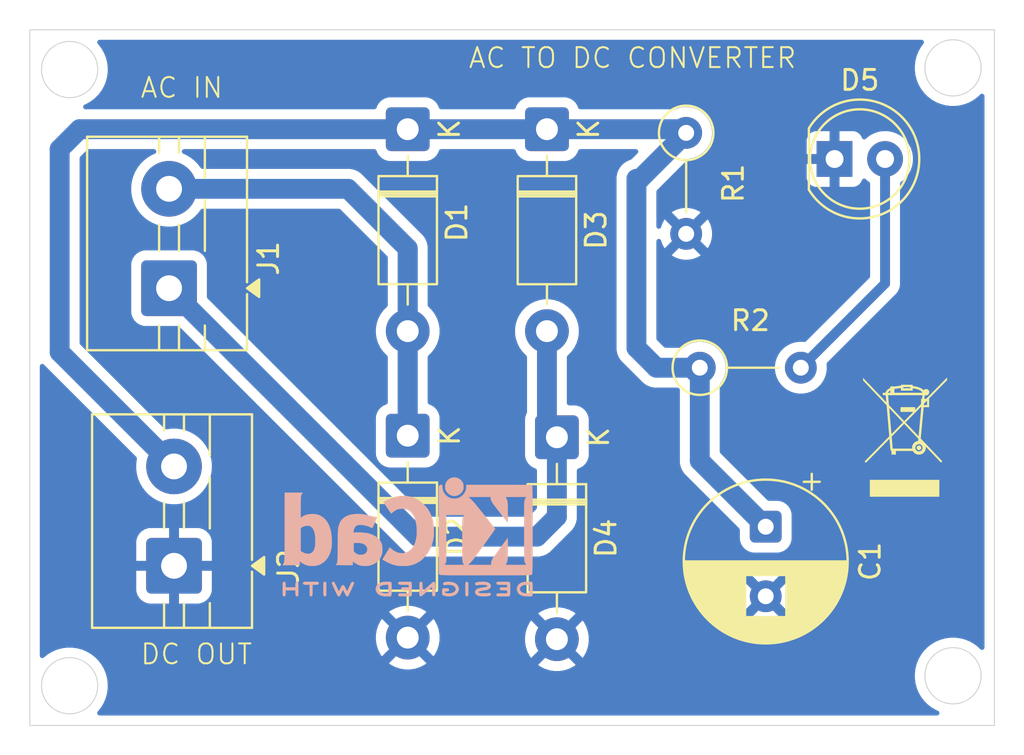
<source format=kicad_pcb>
(kicad_pcb (version 20241229) (generator "pcbnew") (generator_version "9.0")
  (layers (0 "F.Cu" signal) (2 "B.Cu" signal) (13 "F.Paste" user) (15 "B.Paste" user) (5 "F.SilkS" user "F.Silkscreen") (7 "B.SilkS" user "B.Silkscreen") (1 "F.Mask" user) (3 "B.Mask" user) (25 "Edge.Cuts" user))
  (net 0 "")
  (net 1 "/+VE")
  (net 2 "GND")
  (net 3 "Net-(D1-A)")
  (net 4 "Net-(D3-A)")
  (net 5 "Net-(D5-A)")
  (footprint "Capacitor_THT:CP_Radial_D8.0mm_P3.50mm" (layer "F.Cu") (at 132.5 106 -90)
    (property "Reference" "C1" (at 1.75 -5.25 90) (layer "F.SilkS"))
    (property "Value" "1000uF")
    (pad "1" thru_hole roundrect (at 0 0 270) (size 1.6 1.6) (drill 0.8) (layers "*.Cu" "*.Mask") (roundrect_rratio 0.15625) (net 1 "/+VE"))
    (pad "2" thru_hole circle (at 3.5 0 270) (size 1.6 1.6) (drill 0.8) (layers "*.Cu" "*.Mask") (net 2 "GND"))
  )
  (footprint "Diode_THT:D_DO-41_SOD81_P10.16mm_Horizontal" (layer "F.Cu") (at 122 101.5 -90)
    (property "Reference" "D4" (at 5.08 -2.47 90) (layer "F.SilkS"))
    (property "Value" "1N4007")
    (fp_text user "K" (at 0 -2.1 90) (layer "F.SilkS"))
    (pad "1" thru_hole roundrect (at 0 0 270) (size 2.2 2.2) (drill 1.1) (layers "*.Cu" "*.Mask") (roundrect_rratio 0.113636) (net 4 "Net-(D3-A)"))
    (pad "2" thru_hole circle (at 10.16 0 270) (size 2.2 2.2) (drill 1.1) (layers "*.Cu" "*.Mask") (net 2 "GND"))
  )
  (footprint "TerminalBlock:TerminalBlock_MaiXu_MX126-5.0-02P_1x02_P5.00mm" (layer "F.Cu") (at 102.5 94 90)
    (property "Reference" "J1" (at 1.5 5 90) (layer "F.SilkS"))
    (property "Value" "Screw_Terminal_01x02")
    (pad "1" thru_hole roundrect (at 0 0 90) (size 2.8 2.8) (drill 1.3) (layers "*.Cu" "*.Mask") (roundrect_rratio 0.089286) (net 4 "Net-(D3-A)"))
    (pad "2" thru_hole circle (at 5 0 90) (size 2.8 2.8) (drill 1.3) (layers "*.Cu" "*.Mask") (net 3 "Net-(D1-A)"))
  )
  (footprint "Diode_THT:D_DO-41_SOD81_P10.16mm_Horizontal" (layer "F.Cu") (at 121.5 86 -90)
    (property "Reference" "D3" (at 5.08 -2.47 90) (layer "F.SilkS"))
    (property "Value" "1N4007")
    (fp_text user "K" (at 0 -2.1 90) (layer "F.SilkS"))
    (pad "1" thru_hole roundrect (at 0 0 270) (size 2.2 2.2) (drill 1.1) (layers "*.Cu" "*.Mask") (roundrect_rratio 0.113636) (net 1 "/+VE"))
    (pad "2" thru_hole circle (at 10.16 0 270) (size 2.2 2.2) (drill 1.1) (layers "*.Cu" "*.Mask") (net 4 "Net-(D3-A)"))
  )
  (footprint "Resistor_THT:R_Axial_DIN0207_L6.3mm_D2.5mm_P5.08mm_Vertical" (layer "F.Cu") (at 129.185 98)
    (property "Reference" "R2" (at 2.54 -2.37 0) (layer "F.SilkS"))
    (property "Value" "2.2K")
    (pad "1" thru_hole circle (at 0 0) (size 1.6 1.6) (drill 0.8) (layers "*.Cu" "*.Mask") (net 1 "/+VE"))
    (pad "2" thru_hole circle (at 5.08 0) (size 1.6 1.6) (drill 0.8) (layers "*.Cu" "*.Mask") (net 5 "Net-(D5-A)"))
  )
  (footprint "Resistor_THT:R_Axial_DIN0207_L6.3mm_D2.5mm_P5.08mm_Vertical" (layer "F.Cu") (at 128.5 86.185 -90)
    (property "Reference" "R1" (at 2.54 -2.37 90) (layer "F.SilkS"))
    (property "Value" "10K")
    (pad "1" thru_hole circle (at 0 0 270) (size 1.6 1.6) (drill 0.8) (layers "*.Cu" "*.Mask") (net 1 "/+VE"))
    (pad "2" thru_hole circle (at 5.08 0 270) (size 1.6 1.6) (drill 0.8) (layers "*.Cu" "*.Mask") (net 2 "GND"))
  )
  (footprint "Diode_THT:D_DO-41_SOD81_P10.16mm_Horizontal" (layer "F.Cu") (at 114.5 101.42 -90)
    (property "Reference" "D2" (at 5.08 -2.47 90) (layer "F.SilkS"))
    (property "Value" "1N4007")
    (fp_text user "K" (at 0 -2.1 90) (layer "F.SilkS"))
    (pad "1" thru_hole roundrect (at 0 0 270) (size 2.2 2.2) (drill 1.1) (layers "*.Cu" "*.Mask") (roundrect_rratio 0.113636) (net 3 "Net-(D1-A)"))
    (pad "2" thru_hole circle (at 10.16 0 270) (size 2.2 2.2) (drill 1.1) (layers "*.Cu" "*.Mask") (net 2 "GND"))
  )
  (footprint "Diode_THT:D_DO-41_SOD81_P10.16mm_Horizontal" (layer "F.Cu") (at 114.5 86 -90)
    (property "Reference" "D1" (at 4.69 -2.47 90) (layer "F.SilkS"))
    (property "Value" "1N4007")
    (fp_text user "K" (at 0 -2.1 90) (layer "F.SilkS"))
    (pad "1" thru_hole roundrect (at 0 0 270) (size 2.2 2.2) (drill 1.1) (layers "*.Cu" "*.Mask") (roundrect_rratio 0.113636) (net 1 "/+VE"))
    (pad "2" thru_hole circle (at 10.16 0 270) (size 2.2 2.2) (drill 1.1) (layers "*.Cu" "*.Mask") (net 3 "Net-(D1-A)"))
  )
  (footprint "LED_THT:LED_D5.0mm" (layer "F.Cu") (at 135.96 87.5)
    (property "Reference" "D5" (at 1.27 -3.96 0) (layer "F.SilkS"))
    (property "Value" "LED")
    (pad "1" thru_hole rect (at 0 0) (size 1.8 1.8) (drill 0.9) (layers "*.Cu" "*.Mask") (net 2 "GND"))
    (pad "2" thru_hole circle (at 2.54 0) (size 1.8 1.8) (drill 0.9) (layers "*.Cu" "*.Mask") (net 5 "Net-(D5-A)"))
  )
  (footprint "Symbol:WEEE-Logo_4.2x6mm_SilkScreen" (layer "F.Cu") (at 139.5 101.5)
    (property "Reference" "REF**" (hide yes))
    (property "Value" "WEEE-Logo_4.2x6mm_SilkScreen" (hide yes))
  )
  (footprint "TerminalBlock:TerminalBlock_MaiXu_MX126-5.0-02P_1x02_P5.00mm" (layer "F.Cu") (at 102.75 107.9675 90)
    (property "Reference" "J2" (at -0.0325 5.75 90) (layer "F.SilkS"))
    (property "Value" "Screw_Terminal_01x02")
    (pad "1" thru_hole roundrect (at 0 0 90) (size 2.8 2.8) (drill 1.3) (layers "*.Cu" "*.Mask") (roundrect_rratio 0.089286) (net 2 "GND"))
    (pad "2" thru_hole circle (at 5 0 90) (size 2.8 2.8) (drill 1.3) (layers "*.Cu" "*.Mask") (net 1 "/+VE"))
  )
  (footprint "Symbol:KiCad-Logo2_5mm_SilkScreen" (layer "B.Cu") (at 114.5 106.5 180)
    (property "Reference" "REF**" (hide yes))
    (property "Value" "KiCad-Logo2_5mm_SilkScreen" (hide yes))
  )
  (gr_circle (center 97.5 83) (end 96.5 82) (stroke (width 0.05)) (fill no) (layer "Edge.Cuts"))
  (gr_circle (center 141.914214 82.914214) (end 140.914214 81.914214) (stroke (width 0.05)) (fill no) (layer "Edge.Cuts"))
  (gr_rect (start 95.5 81) (end 144 116) (stroke (width 0.05)) (fill no) (layer "Edge.Cuts"))
  (gr_circle (center 97.5 114) (end 96.5 113) (stroke (width 0.05)) (fill no) (layer "Edge.Cuts"))
  (gr_circle (center 141.914214 113.5) (end 140.914214 112.5) (stroke (width 0.05)) (fill no) (layer "Edge.Cuts"))
  (gr_text "AC TO DC CONVERTER" (at 117.5 83 0) (layer "F.SilkS") (effects (font (size 1 1) (thickness 0.1)) (justify left bottom)))
  (gr_text "DC OUT" (at 101 113 0) (layer "F.SilkS") (effects (font (size 1 1) (thickness 0.1)) (justify left bottom)))
  (gr_text "AC IN" (at 101 84.5 0) (layer "F.SilkS") (effects (font (size 1 1) (thickness 0.1)) (justify left bottom)))
  (segment (start 102.75 102.9675) (end 97 97.2175) (width 1) (layer "B.Cu") (net 1))
  (segment (start 121.5 86) (end 128.315 86) (width 1) (layer "B.Cu") (net 1))
  (segment (start 128.5 86.185) (end 126.185 88.5) (width 1) (layer "B.Cu") (net 1))
  (segment (start 126.185 88.5) (end 126 88.5) (width 1) (layer "B.Cu") (net 1))
  (segment (start 127 98) (end 129.185 98) (width 1) (layer "B.Cu") (net 1))
  (segment (start 129.185 98) (end 129.185 102.685) (width 1) (layer "B.Cu") (net 1))
  (segment (start 129.185 102.685) (end 132.5 106) (width 1) (layer "B.Cu") (net 1))
  (segment (start 126 97) (end 127 98) (width 1) (layer "B.Cu") (net 1))
  (segment (start 128.315 86) (end 128.5 86.185) (width 1) (layer "B.Cu") (net 1))
  (segment (start 97 97.2175) (end 97 87) (width 1) (layer "B.Cu") (net 1))
  (segment (start 97 87) (end 98 86) (width 1) (layer "B.Cu") (net 1))
  (segment (start 98 86) (end 114.5 86) (width 1) (layer "B.Cu") (net 1))
  (segment (start 114.5 86) (end 121.5 86) (width 1) (layer "B.Cu") (net 1))
  (segment (start 126 88.5) (end 126 97) (width 1) (layer "B.Cu") (net 1))
  (segment (start 114 91.5) (end 114.5 92) (width 1) (layer "B.Cu") (net 3))
  (segment (start 114.5 96.16) (end 114.5 101.42) (width 1) (layer "B.Cu") (net 3))
  (segment (start 114.5 92) (end 114.5 96.16) (width 1) (layer "B.Cu") (net 3))
  (segment (start 111.5 89) (end 114 91.5) (width 1) (layer "B.Cu") (net 3))
  (segment (start 102.5 89) (end 111.5 89) (width 1) (layer "B.Cu") (net 3))
  (segment (start 114.5 92) (end 114.5 101.42) (width 1) (layer "B.Cu") (net 3))
  (segment (start 121.5 96.16) (end 121.5 101) (width 1) (layer "B.Cu") (net 4))
  (segment (start 102.5 94) (end 103 94) (width 1) (layer "B.Cu") (net 4))
  (segment (start 115 106.5) (end 121 106.5) (width 1) (layer "B.Cu") (net 4))
  (segment (start 121 106.5) (end 122 105.5) (width 1) (layer "B.Cu") (net 4))
  (segment (start 122 105.5) (end 122 101.5) (width 1) (layer "B.Cu") (net 4))
  (segment (start 121.5 101) (end 122 101.5) (width 1) (layer "B.Cu") (net 4))
  (segment (start 102.5 94) (end 115 106.5) (width 1) (layer "B.Cu") (net 4))
  (segment (start 138.5 93.765) (end 134.265 98) (width 0.5) (layer "B.Cu") (net 5))
  (segment (start 138.5 87.5) (end 138.5 93.765) (width 0.5) (layer "B.Cu") (net 5))
  (zone (net 2) (net_name "GND") (layer "B.Cu") (connect_pads (clearance 0.5)) (min_thickness 0.25) (fill yes (thermal_gap 0.5) (thermal_bridge_width 0.5))
    (polygon (pts (xy 94 79.5) (xy 145 79.5) (xy 145.5 117.5) (xy 94 117.5)))
  )
)
</source>
